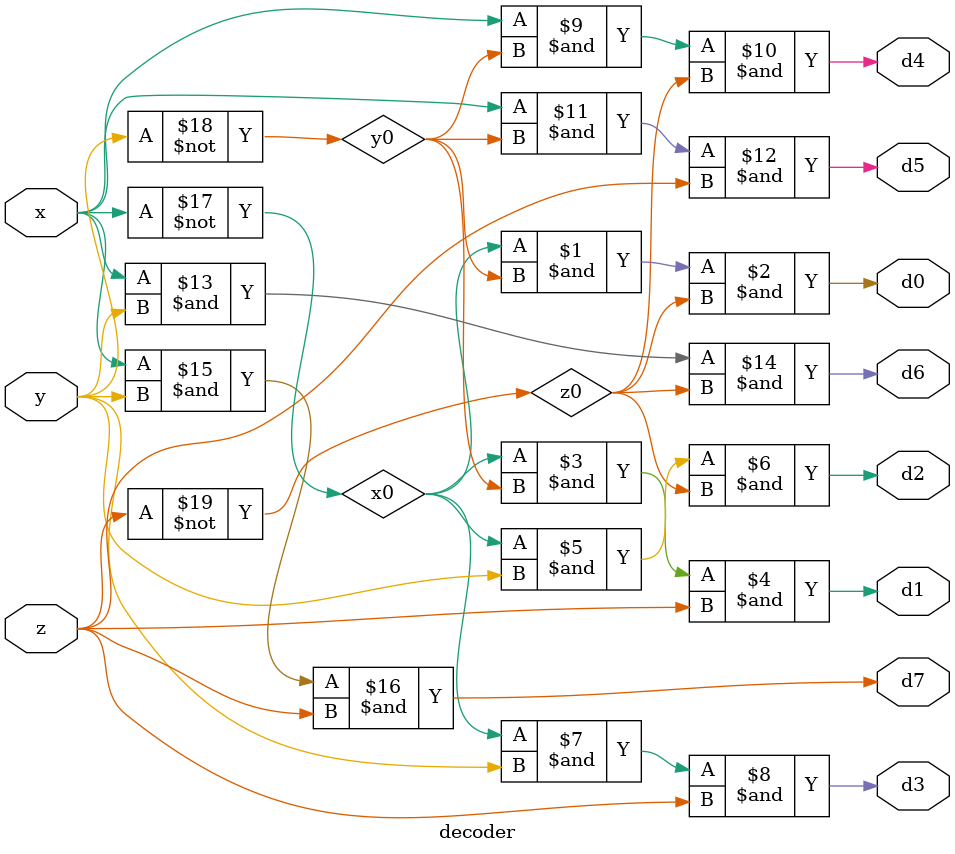
<source format=v>
module decoder(d0,d1,d2,d3,d4,d5,d6,d7,x,y,z);
	input x,y,z;
	output d0,d1,d2,d3,d4,d5,d6,d7;
	wire x0,y0,z0;
	
	not n1(x0,x);
	not n2(y0,y);
	not n3(z0,z);
	and a0(d0,x0,y0,z0);
	and a1(d1,x0,y0,z);
	and a2(d2,x0,y,z0);
	and a3(d3,x0,y,z);
	and a4(d4,x,y0,z0);
	and a5(d5,x,y0,z);
	and a6(d6,x,y,z0);
	and a7(d7,x,y,z);
endmodule
</source>
